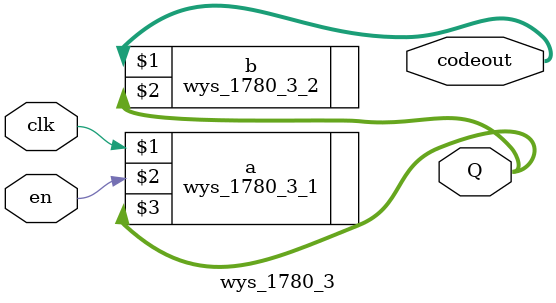
<source format=v>
module wys_1780_3(codeout,clk,en,Q);
	input clk,en;
	output [2: 0] Q; //计数器输出信号
	output [5: 0] codeout; //输出信号
	wys_1780_3_1 a(clk,en,Q);
	wys_1780_3_2 b(codeout, Q);
endmodule
</source>
